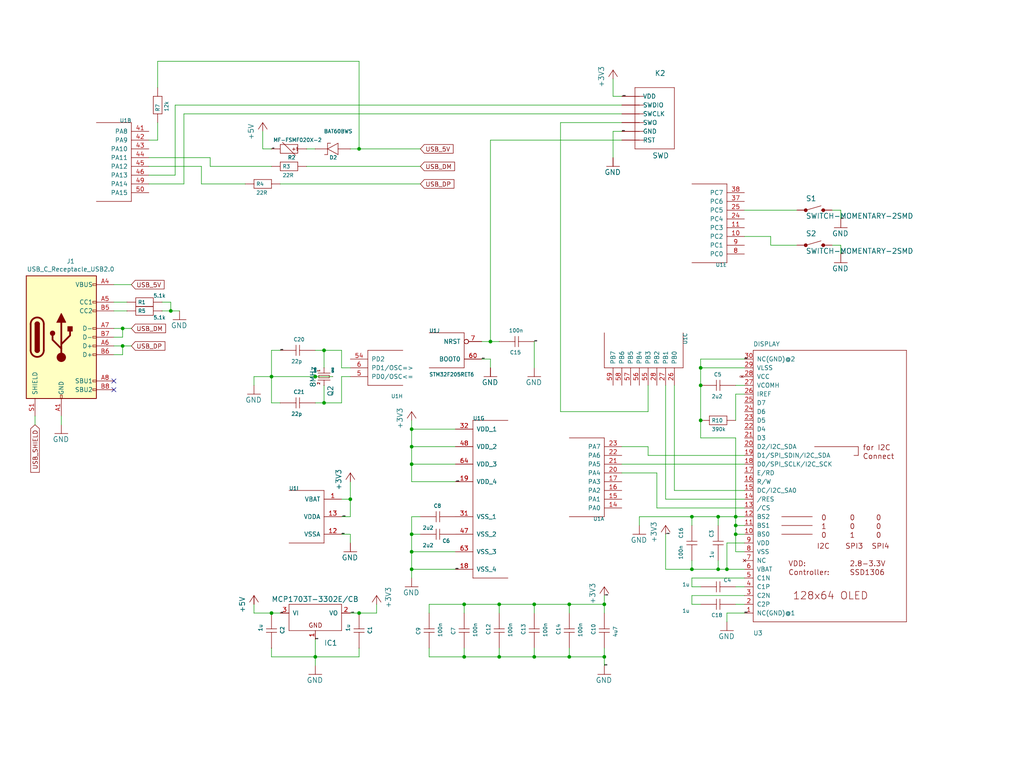
<source format=kicad_sch>
(kicad_sch (version 20211123) (generator eeschema)
  (paper "User" 297.002 219.608)
  (lib_symbols
    (symbol "trezor_v1.1-eagle-import:+3V3" (power) (pin_names (offset 1.016))
      (property "Value" "+3V3" (at -2.54 -5.08 90))
      (symbol "+3V3_1_0"
        (pin power_in line (at 0 -2.54 90) (length 2.54) (name "+3V3") (number "1"))
      )
    )
    (symbol "trezor_v1.1-eagle-import:+5V" (power) (pin_names (offset 1.016))
      (property "Value" "+5V" (at -2.54 -5.08 90))
      (symbol "+5V_1_0"
        (pin power_in line (at 0 -2.54 90) (length 2.54) (name "+5V") (number "1"))
      )
    )
    (symbol "trezor_v1.1-eagle-import:CRYSTALCTS406" (pin_names (offset 1.016))
      (property "Reference" "Q" (at 2.54 1.016 0))
      (property "Value" "CRYSTALCTS406" (at 2.54 -2.54 0))
      (symbol "CRYSTALCTS406_1_0"
        (text "1" (at -2.159 -1.143 0) (effects (font (size 0.7112 0.7112)) (justify left bottom)))
        (text "2" (at 1.524 -1.143 0) (effects (font (size 0.7112 0.7112)) (justify left bottom)))
        (pin passive line (at -2.54 0 0) (length 0) (name "1") (number "1"))
        (pin passive line (at 2.54 0 180) (length 0) (name "2") (number "3"))
      )
      (symbol "CRYSTALCTS406_1_1"
        (pin passive line (at 0 -2.54 180) (length 0) (name "GND") (number "2"))
        (pin passive line (at 0 2.54 180) (length 0) (name "GND") (number "4"))
      )
    )
    (symbol "trezor_v1.1-eagle-import:C_0402" (pin_names (offset 1.016))
      (property "Reference" "C" (at -1.27 2.54 0))
      (property "Value" "C_0402" (at -1.905 -3.81 0))
      (symbol "C_0402_1_0"
        (pin passive line (at -5.08 0 0) (length 0) (name "1") (number "P$1"))
        (pin passive line (at 5.08 0 0) (length 0) (name "2") (number "P$2"))
      )
    )
    (symbol "trezor_v1.1-eagle-import:C_0603" (pin_names (offset 1.016))
      (property "Reference" "C" (at -1.27 2.54 0))
      (property "Value" "C_0603" (at -1.905 -3.81 0))
      (symbol "C_0603_1_0"
        (pin passive line (at -5.08 0 0) (length 0) (name "1") (number "1"))
        (pin passive line (at 5.08 0 0) (length 0) (name "2") (number "2"))
      )
    )
    (symbol "trezor_v1.1-eagle-import:DISP_OLED_UG-2864HSWEG010.96{dblquote}" (pin_names (offset 1.016))
      (property "Reference" "U" (at -22.86 40.64 0))
      (property "Value" "DISP_OLED_UG-2864HSWEG010.96{dblquote}" (at -22.86 -43.18 0))
      (symbol "DISP_OLED_UG-2864HSWEG010.96{dblquote}_1_0"
        (text "0" (at -3.175 6.985 0) (effects (font (size 1.4986 1.4986)) (justify left bottom)))
        (text "0" (at -3.175 12.065 0) (effects (font (size 1.4986 1.4986)) (justify left bottom)))
        (text "0" (at 5.08 6.985 0) (effects (font (size 1.4986 1.4986)) (justify left bottom)))
        (text "0" (at 5.08 9.525 0) (effects (font (size 1.4986 1.4986)) (justify left bottom)))
        (text "0" (at 12.7 6.985 0) (effects (font (size 1.4986 1.4986)) (justify left bottom)))
        (text "0" (at 12.7 9.525 0) (effects (font (size 1.4986 1.4986)) (justify left bottom)))
        (text "0" (at 12.7 12.065 0) (effects (font (size 1.4986 1.4986)) (justify left bottom)))
        (text "1" (at -3.175 9.525 0) (effects (font (size 1.4986 1.4986)) (justify left bottom)))
        (text "1" (at 5.08 12.065 0) (effects (font (size 1.4986 1.4986)) (justify left bottom)))
        (text "128x64 OLED" (at -11.43 29.21 0) (effects (font (size 2.159 2.159)) (justify left bottom)))
        (text "2.8-3.3V" (at 5.08 20.32 0) (effects (font (size 1.4986 1.4986)) (justify left bottom)))
        (text "Connect" (at 8.89 -10.795 0) (effects (font (size 1.4986 1.4986)) (justify left bottom)))
        (text "Controller:" (at -12.7 22.86 0) (effects (font (size 1.4986 1.4986)) (justify left bottom)))
        (text "for I2C" (at 8.89 -13.335 0) (effects (font (size 1.4986 1.4986)) (justify left bottom)))
        (text "I2C" (at -4.445 15.24 0) (effects (font (size 1.4986 1.4986)) (justify left bottom)))
        (text "SPI3" (at 3.81 15.24 0) (effects (font (size 1.4986 1.4986)) (justify left bottom)))
        (text "SPI4" (at 11.43 15.24 0) (effects (font (size 1.4986 1.4986)) (justify left bottom)))
        (text "SSD1306" (at 5.08 22.86 0) (effects (font (size 1.4986 1.4986)) (justify left bottom)))
        (text "VDD:" (at -12.7 20.32 0) (effects (font (size 1.4986 1.4986)) (justify left bottom)))
        (pin input line (at -25.4 35.56 0) (length 2.54) (name "NC(GND)@1") (number "1"))
        (pin input line (at -25.4 12.7 0) (length 2.54) (name "BS0") (number "10"))
        (pin input line (at -25.4 10.16 0) (length 2.54) (name "BS1") (number "11"))
        (pin input line (at -25.4 7.62 0) (length 2.54) (name "BS2") (number "12"))
        (pin input line (at -25.4 5.08 0) (length 2.54) (name "/CS") (number "13"))
        (pin input line (at -25.4 2.54 0) (length 2.54) (name "/RES") (number "14"))
        (pin input line (at -25.4 0 0) (length 2.54) (name "DC/I2C_SA0") (number "15"))
        (pin input line (at -25.4 -2.54 0) (length 2.54) (name "R/W") (number "16"))
        (pin input line (at -25.4 -5.08 0) (length 2.54) (name "E/RD") (number "17"))
        (pin bidirectional line (at -25.4 -7.62 0) (length 2.54) (name "D0/SPI_SCLK/I2C_SCK") (number "18"))
        (pin bidirectional line (at -25.4 -10.16 0) (length 2.54) (name "D1/SPI_SDIN/I2C_SDA") (number "19"))
        (pin input line (at -25.4 33.02 0) (length 2.54) (name "C2P") (number "2"))
        (pin bidirectional line (at -25.4 -12.7 0) (length 2.54) (name "D2/I2C_SDA") (number "20"))
        (pin bidirectional line (at -25.4 -15.24 0) (length 2.54) (name "D3") (number "21"))
        (pin bidirectional line (at -25.4 -17.78 0) (length 2.54) (name "D4") (number "22"))
        (pin bidirectional line (at -25.4 -20.32 0) (length 2.54) (name "D5") (number "23"))
        (pin bidirectional line (at -25.4 -22.86 0) (length 2.54) (name "D6") (number "24"))
        (pin bidirectional line (at -25.4 -25.4 0) (length 2.54) (name "D7") (number "25"))
        (pin input line (at -25.4 -27.94 0) (length 2.54) (name "IREF") (number "26"))
        (pin output line (at -25.4 -30.48 0) (length 2.54) (name "VCOMH") (number "27"))
        (pin power_in line (at -25.4 -33.02 0) (length 2.54) (name "VCC") (number "28"))
        (pin power_in line (at -25.4 -35.56 0) (length 2.54) (name "VLSS") (number "29"))
        (pin input line (at -25.4 30.48 0) (length 2.54) (name "C2N") (number "3"))
        (pin input line (at -25.4 -38.1 0) (length 2.54) (name "NC(GND)@2") (number "30"))
        (pin input line (at -25.4 27.94 0) (length 2.54) (name "C1P") (number "4"))
        (pin input line (at -25.4 25.4 0) (length 2.54) (name "C1N") (number "5"))
        (pin input line (at -25.4 22.86 0) (length 2.54) (name "VBAT") (number "6"))
        (pin no_connect line (at -25.4 20.32 0) (length 2.54) (name "NC") (number "7"))
        (pin power_in line (at -25.4 17.78 0) (length 2.54) (name "VSS") (number "8"))
        (pin power_in line (at -25.4 15.24 0) (length 2.54) (name "VDD") (number "9"))
      )
    )
    (symbol "trezor_v1.1-eagle-import:DS_SOD323" (pin_names (offset 1.016))
      (property "Reference" "D" (at -1.27 1.905 0))
      (property "Value" "DS_SOD323" (at -3.175 -3.175 0))
      (symbol "DS_SOD323_1_0"
        (pin passive line (at -5.08 0 0) (length 0) (name "1") (number "A"))
        (pin passive line (at 5.08 0 0) (length 0) (name "2") (number "K"))
      )
    )
    (symbol "trezor_v1.1-eagle-import:GND" (power) (pin_names (offset 1.016))
      (property "Value" "GND" (at -2.54 -2.54 0))
      (symbol "GND_1_0"
        (pin power_in line (at 0 2.54 270) (length 2.54) (name "GND") (number "1"))
      )
    )
    (symbol "trezor_v1.1-eagle-import:MCP1703CB" (pin_names (offset 1.016))
      (property "Reference" "IC" (at -7.62 5.715 0))
      (property "Value" "MCP1703CB" (at -7.62 3.175 0))
      (symbol "MCP1703CB_1_0"
        (text "GND" (at -2.032 -4.318 0) (effects (font (size 1.2954 1.2954)) (justify left bottom)))
        (pin passive line (at 0 -7.62 90) (length 2.54) (name "GND") (number "1"))
        (pin passive line (at 10.16 0 180) (length 2.54) (name "VO") (number "2"))
        (pin input line (at -10.16 0 0) (length 2.54) (name "VI") (number "3"))
      )
    )
    (symbol "trezor_v1.1-eagle-import:POLYSWITCH_0603" (pin_names (offset 1.016))
      (property "Reference" "R" (at 1.905 -1.905 0))
      (property "Value" "POLYSWITCH_0603" (at 4.445 3.175 0))
      (symbol "POLYSWITCH_0603_1_0"
        (text "+t" (at 0.635 -0.635 0) (effects (font (size 1.0668 1.0668)) (justify left bottom)))
        (pin passive line (at 5.08 0 180) (length 0) (name "1") (number "1"))
        (pin passive line (at -5.08 0 0) (length 0) (name "2") (number "2"))
      )
    )
    (symbol "trezor_v1.1-eagle-import:R_0402" (pin_names (offset 1.016))
      (property "Reference" "R" (at -1.905 -0.635 0))
      (property "Value" "R_0402" (at -1.905 -3.175 0))
      (symbol "R_0402_1_0"
        (pin passive line (at -5.08 0 0) (length 0) (name "1") (number "P$1"))
        (pin passive line (at 5.08 0 180) (length 0) (name "2") (number "P$2"))
      )
    )
    (symbol "trezor_v1.1-eagle-import:STM32F10XRXT6" (pin_names (offset 1.016))
      (property "Reference" "U" (at -5.08 5.08 0))
      (property "Value" "STM32F10XRXT6" (at -5.08 -7.62 0))
      (symbol "STM32F10XRXT6_1_0"
        (pin bidirectional line (at -7.62 7.62 0) (length 5.08) (name "PA0") (number "14"))
        (pin bidirectional line (at -7.62 5.08 0) (length 5.08) (name "PA1") (number "15"))
        (pin bidirectional line (at -7.62 2.54 0) (length 5.08) (name "PA2") (number "16"))
        (pin bidirectional line (at -7.62 0 0) (length 5.08) (name "PA3") (number "17"))
        (pin bidirectional line (at -7.62 -2.54 0) (length 5.08) (name "PA4") (number "20"))
        (pin bidirectional line (at -7.62 -5.08 0) (length 5.08) (name "PA5") (number "21"))
        (pin bidirectional line (at -7.62 -7.62 0) (length 5.08) (name "PA6") (number "22"))
        (pin bidirectional line (at -7.62 -10.16 0) (length 5.08) (name "PA7") (number "23"))
      )
      (symbol "STM32F10XRXT6_2_0"
        (pin bidirectional line (at -7.62 10.16 0) (length 5.08) (name "PA8") (number "41"))
        (pin bidirectional line (at -7.62 7.62 0) (length 5.08) (name "PA9") (number "42"))
        (pin bidirectional line (at -7.62 5.08 0) (length 5.08) (name "PA10") (number "43"))
        (pin bidirectional line (at -7.62 2.54 0) (length 5.08) (name "PA11") (number "44"))
        (pin bidirectional line (at -7.62 0 0) (length 5.08) (name "PA12") (number "45"))
        (pin bidirectional line (at -7.62 -2.54 0) (length 5.08) (name "PA13") (number "46"))
        (pin bidirectional line (at -7.62 -5.08 0) (length 5.08) (name "PA14") (number "49"))
        (pin bidirectional line (at -7.62 -7.62 0) (length 5.08) (name "PA15") (number "50"))
      )
      (symbol "STM32F10XRXT6_3_0"
        (pin bidirectional line (at 10.16 10.16 180) (length 5.08) (name "PB0") (number "26"))
        (pin bidirectional line (at 10.16 7.62 180) (length 5.08) (name "PB1") (number "27"))
        (pin bidirectional line (at 10.16 5.08 180) (length 5.08) (name "PB2") (number "28"))
        (pin bidirectional line (at 10.16 2.54 180) (length 5.08) (name "PB3") (number "55"))
        (pin bidirectional line (at 10.16 0 180) (length 5.08) (name "PB4") (number "56"))
        (pin bidirectional line (at 10.16 -2.54 180) (length 5.08) (name "PB5") (number "57"))
        (pin bidirectional line (at 10.16 -5.08 180) (length 5.08) (name "PB6") (number "58"))
        (pin bidirectional line (at 10.16 -7.62 180) (length 5.08) (name "PB7") (number "59"))
      )
      (symbol "STM32F10XRXT6_4_0"
        (pin bidirectional line (at 10.16 2.54 180) (length 5.08) (name "PB10") (number "29"))
        (pin bidirectional line (at 10.16 0 180) (length 5.08) (name "PB11") (number "30"))
        (pin bidirectional line (at 10.16 -2.54 180) (length 5.08) (name "PB12") (number "33"))
        (pin bidirectional line (at 10.16 -5.08 180) (length 5.08) (name "PB13") (number "34"))
        (pin bidirectional line (at 10.16 -7.62 180) (length 5.08) (name "PB14") (number "35"))
        (pin bidirectional line (at 10.16 -10.16 180) (length 5.08) (name "PB15") (number "36"))
        (pin bidirectional line (at 10.16 7.62 180) (length 5.08) (name "PB8") (number "61"))
        (pin bidirectional line (at 10.16 5.08 180) (length 5.08) (name "PB9") (number "62"))
      )
      (symbol "STM32F10XRXT6_5_0"
        (pin bidirectional line (at -10.16 5.08 0) (length 5.08) (name "PC2") (number "10"))
        (pin bidirectional line (at -10.16 2.54 0) (length 5.08) (name "PC3") (number "11"))
        (pin bidirectional line (at -10.16 0 0) (length 5.08) (name "PC4") (number "24"))
        (pin bidirectional line (at -10.16 -2.54 0) (length 5.08) (name "PC5") (number "25"))
        (pin bidirectional line (at -10.16 -5.08 0) (length 5.08) (name "PC6") (number "37"))
        (pin bidirectional line (at -10.16 -7.62 0) (length 5.08) (name "PC7") (number "38"))
        (pin bidirectional line (at -10.16 10.16 0) (length 5.08) (name "PC0") (number "8"))
        (pin bidirectional line (at -10.16 7.62 0) (length 5.08) (name "PC1") (number "9"))
      )
      (symbol "STM32F10XRXT6_6_0"
        (pin bidirectional line (at -10.16 -5.08 0) (length 5.08) (name "PC13") (number "2"))
        (pin bidirectional line (at -10.16 -7.62 0) (length 5.08) (name "PC14") (number "3"))
        (pin bidirectional line (at -10.16 7.62 0) (length 5.08) (name "PC8") (number "39"))
        (pin bidirectional line (at -10.16 -10.16 0) (length 5.08) (name "PC15") (number "4"))
        (pin bidirectional line (at -10.16 5.08 0) (length 5.08) (name "PC9") (number "40"))
        (pin bidirectional line (at -10.16 2.54 0) (length 5.08) (name "PC10") (number "51"))
        (pin bidirectional line (at -10.16 0 0) (length 5.08) (name "PC11") (number "52"))
        (pin bidirectional line (at -10.16 -2.54 0) (length 5.08) (name "PC12") (number "53"))
      )
      (symbol "STM32F10XRXT6_7_0"
        (pin power_in line (at -10.16 -20.32 0) (length 5.08) (name "VSS_4") (number "18"))
        (pin power_in line (at -10.16 5.08 0) (length 5.08) (name "VDD_4") (number "19"))
        (pin power_in line (at -10.16 -5.08 0) (length 5.08) (name "VSS_1") (number "31"))
        (pin power_in line (at -10.16 20.32 0) (length 5.08) (name "VDD_1") (number "32"))
        (pin power_in line (at -10.16 -10.16 0) (length 5.08) (name "VSS_2") (number "47"))
        (pin power_in line (at -10.16 15.24 0) (length 5.08) (name "VDD_2") (number "48"))
        (pin power_in line (at -10.16 -15.24 0) (length 5.08) (name "VSS_3") (number "63"))
        (pin power_in line (at -10.16 10.16 0) (length 5.08) (name "VDD_3") (number "64"))
      )
      (symbol "STM32F10XRXT6_8_0"
        (pin bidirectional line (at 10.16 2.54 180) (length 5.08) (name "PD0/OSC<=") (number "5"))
        (pin bidirectional line (at 10.16 -2.54 180) (length 5.08) (name "PD2") (number "54"))
        (pin bidirectional line (at 10.16 0 180) (length 5.08) (name "PD1/OSC=>") (number "6"))
      )
      (symbol "STM32F10XRXT6_9_0"
        (pin power_in line (at 10.16 5.08 180) (length 5.08) (name "VBAT") (number "1"))
        (pin power_in line (at 10.16 -5.08 180) (length 5.08) (name "VSSA") (number "12"))
        (pin power_in line (at 10.16 0 180) (length 5.08) (name "VDDA") (number "13"))
      )
      (symbol "STM32F10XRXT6_10_0"
        (pin input line (at 10.16 -2.54 180) (length 5.08) (name "BOOT0") (number "60"))
        (pin input inverted (at 10.16 2.54 180) (length 5.08) (name "NRST") (number "7"))
      )
    )
    (symbol "trezor_v1.1-eagle-import:SWD" (pin_names (offset 1.016))
      (property "Value" "SWD" (at 6.096 10.414 0))
      (symbol "SWD_1_0"
        (pin passive line (at -7.62 5.08 0) (length 5.08) (name "RST") (number "1"))
        (pin passive line (at -7.62 2.54 0) (length 5.08) (name "GND") (number "2"))
        (pin passive line (at -7.62 0 0) (length 5.08) (name "SWO") (number "3"))
        (pin passive line (at -7.62 -2.54 0) (length 5.08) (name "SWCLK") (number "4"))
        (pin passive line (at -7.62 -5.08 0) (length 5.08) (name "SWDIO") (number "5"))
        (pin passive line (at -7.62 -7.62 0) (length 5.08) (name "VDD") (number "6"))
      )
    )
    (symbol "trezor_v1.1-eagle-import:SWITCH-MOMENTARY-2SMD" (pin_names (offset 1.016))
      (property "Reference" "S" (at -2.54 2.54 0))
      (property "Value" "SWITCH-MOMENTARY-2SMD" (at -2.54 -2.54 0))
      (symbol "SWITCH-MOMENTARY-2SMD_1_0"
        (pin passive line (at -5.08 0 0) (length 2.54) (name "1") (number "1"))
        (pin passive line (at -5.08 0 0) (length 2.54) (name "1") (number "2"))
        (pin passive line (at 5.08 0 180) (length 2.54) (name "2") (number "3"))
        (pin passive line (at 5.08 0 180) (length 2.54) (name "2") (number "4"))
      )
    )
    (symbol "trezor_v1.1-rescue:USB_C_Receptacle_USB2.0-Connector" (pin_names (offset 1.016))
      (property "Reference" "J" (at -10.16 19.05 0))
      (property "Value" "USB_C_Receptacle_USB2.0-Connector" (at 19.05 19.05 0))
      (symbol "USB_C_Receptacle_USB2.0-Connector_1_1"
        (pin power_in line (at 0 -22.86 90) (length 5.08) (name "GND") (number "A1"))
        (pin passive line (at 0 -22.86 90) (length 5.08) hide (name "GND") (number "A12"))
        (pin power_in line (at 15.24 15.24 180) (length 5.08) (name "VBUS") (number "A4"))
        (pin bidirectional line (at 15.24 10.16 180) (length 5.08) (name "CC1") (number "A5"))
        (pin bidirectional line (at 15.24 -2.54 180) (length 5.08) (name "D+") (number "A6"))
        (pin bidirectional line (at 15.24 2.54 180) (length 5.08) (name "D-") (number "A7"))
        (pin bidirectional line (at 15.24 -12.7 180) (length 5.08) (name "SBU1") (number "A8"))
        (pin passive line (at 15.24 15.24 180) (length 5.08) hide (name "VBUS") (number "A9"))
        (pin passive line (at 0 -22.86 90) (length 5.08) hide (name "GND") (number "B1"))
        (pin passive line (at 0 -22.86 90) (length 5.08) hide (name "GND") (number "B12"))
        (pin passive line (at 15.24 15.24 180) (length 5.08) hide (name "VBUS") (number "B4"))
        (pin bidirectional line (at 15.24 7.62 180) (length 5.08) (name "CC2") (number "B5"))
        (pin bidirectional line (at 15.24 -5.08 180) (length 5.08) (name "D+") (number "B6"))
        (pin bidirectional line (at 15.24 0 180) (length 5.08) (name "D-") (number "B7"))
        (pin bidirectional line (at 15.24 -15.24 180) (length 5.08) (name "SBU2") (number "B8"))
        (pin passive line (at 15.24 15.24 180) (length 5.08) hide (name "VBUS") (number "B9"))
        (pin passive line (at -7.62 -22.86 90) (length 5.08) (name "SHIELD") (number "S1"))
      )
    )
  )
  (junction (at 101.6 144.78))
  (junction (at 49.53 90.17))
  (junction (at 142.24 99.06))
  (junction (at 119.38 124.46))
  (junction (at 165.1 175.26))
  (junction (at 144.78 175.26))
  (junction (at 35.56 100.33))
  (junction (at 208.28 149.86))
  (junction (at 203.2 111.76))
  (junction (at 78.74 177.8))
  (junction (at 104.14 177.8))
  (junction (at 210.82 165.1))
  (junction (at 165.1 190.5))
  (junction (at 119.38 160.02))
  (junction (at 119.38 134.62))
  (junction (at 213.36 152.4))
  (junction (at 203.2 106.68))
  (junction (at 154.94 175.26))
  (junction (at 104.14 43.18))
  (junction (at 200.66 165.1))
  (junction (at 119.38 129.54))
  (junction (at 134.62 190.5))
  (junction (at 35.56 95.25))
  (junction (at 213.36 154.94))
  (junction (at 119.38 165.1))
  (junction (at 175.26 190.5))
  (junction (at 203.2 121.92))
  (junction (at 134.62 175.26))
  (junction (at 175.26 175.26))
  (junction (at 91.44 190.5))
  (junction (at 119.38 154.94))
  (junction (at 91.44 109.22))
  (junction (at 93.98 101.6))
  (junction (at 213.36 149.86))
  (junction (at 208.28 165.1))
  (junction (at 154.94 190.5))
  (junction (at 78.74 109.22))
  (junction (at 200.66 149.86))
  (junction (at 144.78 190.5))
  (junction (at 93.98 116.84))
  (no_connect (at 33.02 113.03))
  (no_connect (at 33.02 110.49))
  (wire (pts (xy 243.84 63.5) (xy 243.84 60.96)))
  (wire (pts (xy 142.24 40.64) (xy 142.24 99.06)))
  (wire (pts (xy 78.74 43.18) (xy 76.2 43.18)))
  (wire (pts (xy 139.7 99.06) (xy 142.24 99.06)))
  (wire (pts (xy 215.9 106.68) (xy 203.2 106.68)))
  (wire (pts (xy 58.42 48.26) (xy 43.18 48.26)))
  (wire (pts (xy 101.6 144.78) (xy 101.6 139.7)))
  (wire (pts (xy 165.1 190.5) (xy 165.1 187.96)))
  (wire (pts (xy 210.82 177.8) (xy 210.82 180.34)))
  (wire (pts (xy 215.9 172.72) (xy 200.66 172.72)))
  (wire (pts (xy 213.36 149.86) (xy 215.9 149.86)))
  (wire (pts (xy 142.24 104.14) (xy 142.24 106.68)))
  (wire (pts (xy 132.08 160.02) (xy 119.38 160.02)))
  (wire (pts (xy 144.78 175.26) (xy 134.62 175.26)))
  (wire (pts (xy 165.1 175.26) (xy 154.94 175.26)))
  (wire (pts (xy 78.74 101.6) (xy 78.74 109.22)))
  (wire (pts (xy 215.9 154.94) (xy 213.36 154.94)))
  (wire (pts (xy 213.36 152.4) (xy 213.36 149.86)))
  (wire (pts (xy 99.06 154.94) (xy 101.6 154.94)))
  (wire (pts (xy 223.52 68.58) (xy 215.9 68.58)))
  (wire (pts (xy 193.04 144.78) (xy 193.04 111.76)))
  (wire (pts (xy 73.66 177.8) (xy 73.66 175.26)))
  (wire (pts (xy 81.28 101.6) (xy 78.74 101.6)))
  (wire (pts (xy 213.36 154.94) (xy 213.36 152.4)))
  (wire (pts (xy 33.02 100.33) (xy 35.56 100.33)))
  (wire (pts (xy 121.92 149.86) (xy 119.38 149.86)))
  (wire (pts (xy 78.74 177.8) (xy 73.66 177.8)))
  (wire (pts (xy 215.9 60.96) (xy 231.14 60.96)))
  (wire (pts (xy 185.42 149.86) (xy 185.42 152.4)))
  (wire (pts (xy 35.56 102.87) (xy 35.56 100.33)))
  (wire (pts (xy 193.04 165.1) (xy 200.66 165.1)))
  (wire (pts (xy 49.53 90.17) (xy 52.07 90.17)))
  (wire (pts (xy 124.46 190.5) (xy 134.62 190.5)))
  (wire (pts (xy 119.38 129.54) (xy 119.38 124.46)))
  (wire (pts (xy 180.34 129.54) (xy 187.96 129.54)))
  (wire (pts (xy 101.6 177.8) (xy 104.14 177.8)))
  (wire (pts (xy 99.06 116.84) (xy 93.98 116.84)))
  (wire (pts (xy 134.62 175.26) (xy 124.46 175.26)))
  (wire (pts (xy 208.28 165.1) (xy 200.66 165.1)))
  (wire (pts (xy 101.6 154.94) (xy 101.6 157.48)))
  (wire (pts (xy 49.53 87.63) (xy 49.53 90.17)))
  (wire (pts (xy 243.84 71.12) (xy 241.3 71.12)))
  (wire (pts (xy 175.26 175.26) (xy 165.1 175.26)))
  (wire (pts (xy 104.14 43.18) (xy 121.92 43.18)))
  (wire (pts (xy 104.14 17.78) (xy 104.14 43.18)))
  (wire (pts (xy 215.9 157.48) (xy 210.82 157.48)))
  (wire (pts (xy 203.2 111.76) (xy 203.2 121.92)))
  (wire (pts (xy 58.42 53.34) (xy 58.42 48.26)))
  (wire (pts (xy 91.44 109.22) (xy 78.74 109.22)))
  (wire (pts (xy 193.04 144.78) (xy 215.9 144.78)))
  (wire (pts (xy 99.06 149.86) (xy 101.6 149.86)))
  (wire (pts (xy 53.34 53.34) (xy 53.34 33.02)))
  (wire (pts (xy 231.14 71.12) (xy 223.52 71.12)))
  (wire (pts (xy 121.92 154.94) (xy 119.38 154.94)))
  (wire (pts (xy 200.66 149.86) (xy 208.28 149.86)))
  (wire (pts (xy 187.96 119.38) (xy 162.56 119.38)))
  (wire (pts (xy 43.18 53.34) (xy 53.34 53.34)))
  (wire (pts (xy 215.9 177.8) (xy 210.82 177.8)))
  (wire (pts (xy 81.28 177.8) (xy 78.74 177.8)))
  (wire (pts (xy 91.44 185.42) (xy 91.44 190.5)))
  (wire (pts (xy 215.9 165.1) (xy 210.82 165.1)))
  (wire (pts (xy 200.66 162.56) (xy 200.66 165.1)))
  (wire (pts (xy 132.08 139.7) (xy 119.38 139.7)))
  (wire (pts (xy 210.82 165.1) (xy 208.28 165.1)))
  (wire (pts (xy 180.34 27.94) (xy 177.8 27.94)))
  (wire (pts (xy 175.26 172.72) (xy 175.26 175.26)))
  (wire (pts (xy 17.78 120.65) (xy 17.78 123.19)))
  (wire (pts (xy 132.08 129.54) (xy 119.38 129.54)))
  (wire (pts (xy 33.02 95.25) (xy 35.56 95.25)))
  (wire (pts (xy 165.1 190.5) (xy 154.94 190.5)))
  (wire (pts (xy 162.56 35.56) (xy 180.34 35.56)))
  (wire (pts (xy 35.56 97.79) (xy 35.56 95.25)))
  (wire (pts (xy 101.6 106.68) (xy 99.06 106.68)))
  (wire (pts (xy 33.02 82.55) (xy 38.1 82.55)))
  (wire (pts (xy 193.04 154.94) (xy 193.04 165.1)))
  (wire (pts (xy 99.06 101.6) (xy 93.98 101.6)))
  (wire (pts (xy 119.38 160.02) (xy 119.38 165.1)))
  (wire (pts (xy 134.62 190.5) (xy 134.62 187.96)))
  (wire (pts (xy 33.02 90.17) (xy 36.83 90.17)))
  (wire (pts (xy 200.66 167.64) (xy 200.66 170.18)))
  (wire (pts (xy 200.66 170.18) (xy 203.2 170.18)))
  (wire (pts (xy 215.9 175.26) (xy 213.36 175.26)))
  (wire (pts (xy 109.22 177.8) (xy 109.22 175.26)))
  (wire (pts (xy 119.38 149.86) (xy 119.38 154.94)))
  (wire (pts (xy 33.02 102.87) (xy 35.56 102.87)))
  (wire (pts (xy 76.2 43.18) (xy 76.2 38.1)))
  (wire (pts (xy 175.26 190.5) (xy 175.26 187.96)))
  (wire (pts (xy 200.66 172.72) (xy 200.66 175.26)))
  (wire (pts (xy 195.58 142.24) (xy 195.58 111.76)))
  (wire (pts (xy 132.08 134.62) (xy 119.38 134.62)))
  (wire (pts (xy 200.66 152.4) (xy 200.66 149.86)))
  (wire (pts (xy 180.34 137.16) (xy 190.5 137.16)))
  (wire (pts (xy 175.26 190.5) (xy 165.1 190.5)))
  (wire (pts (xy 73.66 109.22) (xy 73.66 111.76)))
  (wire (pts (xy 33.02 87.63) (xy 36.83 87.63)))
  (wire (pts (xy 187.96 132.08) (xy 215.9 132.08)))
  (wire (pts (xy 213.36 127) (xy 203.2 127)))
  (wire (pts (xy 45.72 17.78) (xy 104.14 17.78)))
  (wire (pts (xy 81.28 53.34) (xy 121.92 53.34)))
  (wire (pts (xy 243.84 73.66) (xy 243.84 71.12)))
  (wire (pts (xy 119.38 139.7) (xy 119.38 134.62)))
  (wire (pts (xy 46.99 90.17) (xy 49.53 90.17)))
  (wire (pts (xy 104.14 187.96) (xy 104.14 190.5)))
  (wire (pts (xy 35.56 95.25) (xy 38.1 95.25)))
  (wire (pts (xy 88.9 48.26) (xy 121.92 48.26)))
  (wire (pts (xy 104.14 177.8) (xy 109.22 177.8)))
  (wire (pts (xy 213.36 114.3) (xy 213.36 121.92)))
  (wire (pts (xy 190.5 137.16) (xy 190.5 147.32)))
  (wire (pts (xy 45.72 40.64) (xy 45.72 35.56)))
  (wire (pts (xy 215.9 114.3) (xy 213.36 114.3)))
  (wire (pts (xy 50.8 50.8) (xy 43.18 50.8)))
  (wire (pts (xy 99.06 144.78) (xy 101.6 144.78)))
  (wire (pts (xy 144.78 190.5) (xy 144.78 187.96)))
  (wire (pts (xy 46.99 87.63) (xy 49.53 87.63)))
  (wire (pts (xy 10.16 120.65) (xy 10.16 123.19)))
  (wire (pts (xy 101.6 43.18) (xy 104.14 43.18)))
  (wire (pts (xy 78.74 48.26) (xy 60.96 48.26)))
  (wire (pts (xy 78.74 109.22) (xy 78.74 116.84)))
  (wire (pts (xy 200.66 175.26) (xy 203.2 175.26)))
  (wire (pts (xy 99.06 109.22) (xy 99.06 116.84)))
  (wire (pts (xy 91.44 190.5) (xy 91.44 193.04)))
  (wire (pts (xy 200.66 149.86) (xy 185.42 149.86)))
  (wire (pts (xy 45.72 25.4) (xy 45.72 17.78)))
  (wire (pts (xy 162.56 119.38) (xy 162.56 35.56)))
  (wire (pts (xy 119.38 134.62) (xy 119.38 129.54)))
  (wire (pts (xy 124.46 190.5) (xy 124.46 187.96)))
  (wire (pts (xy 50.8 30.48) (xy 50.8 50.8)))
  (wire (pts (xy 93.98 116.84) (xy 91.44 116.84)))
  (wire (pts (xy 60.96 48.26) (xy 60.96 45.72)))
  (wire (pts (xy 154.94 175.26) (xy 144.78 175.26)))
  (wire (pts (xy 53.34 33.02) (xy 180.34 33.02)))
  (wire (pts (xy 104.14 190.5) (xy 91.44 190.5)))
  (wire (pts (xy 213.36 149.86) (xy 208.28 149.86)))
  (wire (pts (xy 187.96 111.76) (xy 187.96 119.38)))
  (wire (pts (xy 93.98 111.76) (xy 93.98 116.84)))
  (wire (pts (xy 144.78 190.5) (xy 134.62 190.5)))
  (wire (pts (xy 215.9 104.14) (xy 203.2 104.14)))
  (wire (pts (xy 203.2 106.68) (xy 203.2 111.76)))
  (wire (pts (xy 142.24 99.06) (xy 144.78 99.06)))
  (wire (pts (xy 58.42 53.34) (xy 71.12 53.34)))
  (wire (pts (xy 35.56 100.33) (xy 38.1 100.33)))
  (wire (pts (xy 203.2 106.68) (xy 203.2 104.14)))
  (wire (pts (xy 208.28 162.56) (xy 208.28 165.1)))
  (wire (pts (xy 93.98 106.68) (xy 93.98 101.6)))
  (wire (pts (xy 119.38 124.46) (xy 119.38 121.92)))
  (wire (pts (xy 180.34 38.1) (xy 177.8 38.1)))
  (wire (pts (xy 177.8 38.1) (xy 177.8 45.72)))
  (wire (pts (xy 180.34 40.64) (xy 142.24 40.64)))
  (wire (pts (xy 60.96 45.72) (xy 43.18 45.72)))
  (wire (pts (xy 154.94 177.8) (xy 154.94 175.26)))
  (wire (pts (xy 208.28 149.86) (xy 208.28 152.4)))
  (wire (pts (xy 101.6 149.86) (xy 101.6 144.78)))
  (wire (pts (xy 210.82 157.48) (xy 210.82 165.1)))
  (wire (pts (xy 223.52 71.12) (xy 223.52 68.58)))
  (wire (pts (xy 190.5 147.32) (xy 215.9 147.32)))
  (wire (pts (xy 96.52 109.22) (xy 91.44 109.22)))
  (wire (pts (xy 243.84 60.96) (xy 241.3 60.96)))
  (wire (pts (xy 134.62 177.8) (xy 134.62 175.26)))
  (wire (pts (xy 124.46 177.8) (xy 124.46 175.26)))
  (wire (pts (xy 213.36 160.02) (xy 213.36 154.94)))
  (wire (pts (xy 215.9 152.4) (xy 213.36 152.4)))
  (wire (pts (xy 177.8 27.94) (xy 177.8 22.86)))
  (wire (pts (xy 144.78 177.8) (xy 144.78 175.26)))
  (wire (pts (xy 215.9 111.76) (xy 213.36 111.76)))
  (wire (pts (xy 154.94 99.06) (xy 154.94 106.68)))
  (wire (pts (xy 154.94 187.96) (xy 154.94 190.5)))
  (wire (pts (xy 213.36 149.86) (xy 213.36 127)))
  (wire (pts (xy 139.7 104.14) (xy 142.24 104.14)))
  (wire (pts (xy 78.74 116.84) (xy 81.28 116.84)))
  (wire (pts (xy 78.74 109.22) (xy 73.66 109.22)))
  (wire (pts (xy 119.38 154.94) (xy 119.38 160.02)))
  (wire (pts (xy 154.94 190.5) (xy 144.78 190.5)))
  (wire (pts (xy 99.06 106.68) (xy 99.06 101.6)))
  (wire (pts (xy 180.34 30.48) (xy 50.8 30.48)))
  (wire (pts (xy 203.2 127) (xy 203.2 121.92)))
  (wire (pts (xy 101.6 109.22) (xy 99.06 109.22)))
  (wire (pts (xy 195.58 142.24) (xy 215.9 142.24)))
  (wire (pts (xy 175.26 193.04) (xy 175.26 190.5)))
  (wire (pts (xy 215.9 167.64) (xy 200.66 167.64)))
  (wire (pts (xy 165.1 177.8) (xy 165.1 175.26)))
  (wire (pts (xy 132.08 124.46) (xy 119.38 124.46)))
  (wire (pts (xy 91.44 190.5) (xy 78.74 190.5)))
  (wire (pts (xy 132.08 165.1) (xy 119.38 165.1)))
  (wire (pts (xy 88.9 43.18) (xy 91.44 43.18)))
  (wire (pts (xy 180.34 134.62) (xy 215.9 134.62)))
  (wire (pts (xy 78.74 190.5) (xy 78.74 187.96)))
  (wire (pts (xy 215.9 170.18) (xy 213.36 170.18)))
  (wire (pts (xy 119.38 165.1) (xy 119.38 167.64)))
  (wire (pts (xy 187.96 129.54) (xy 187.96 132.08)))
  (wire (pts (xy 93.98 101.6) (xy 91.44 101.6)))
  (wire (pts (xy 33.02 97.79) (xy 35.56 97.79)))
  (wire (pts (xy 43.18 40.64) (xy 45.72 40.64)))
  (wire (pts (xy 175.26 175.26) (xy 175.26 177.8)))
  (wire (pts (xy 215.9 160.02) (xy 213.36 160.02)))
  (label "GND" (at 139.7 104.14 0) (effects (font (size 0.254 0.254))))
  (label "+3V3" (at 175.26 172.72 0) (effects (font (size 0.254 0.254))))
  (label "GND" (at 81.28 101.6 0) (effects (font (size 0.254 0.254))))
  (label "GND" (at 215.9 177.8 0) (effects (font (size 0.254 0.254))))
  (label "+3V3" (at 101.6 177.8 0) (effects (font (size 0.254 0.254))))
  (label "GND" (at 243.84 63.5 0) (effects (font (size 0.254 0.254))))
  (label "GND" (at 154.94 99.06 0) (effects (font (size 0.254 0.254))))
  (label "+5V" (at 78.74 43.18 0) (effects (font (size 0.254 0.254))))
  (label "GND" (at 175.26 193.04 0) (effects (font (size 0.254 0.254))))
  (label "+3V3" (at 180.34 27.94 0) (effects (font (size 0.254 0.254))))
  (label "+3V3" (at 132.08 139.7 0) (effects (font (size 0.254 0.254))))
  (label "+3V3" (at 99.06 149.86 0) (effects (font (size 0.254 0.254))))
  (label "GND" (at 215.9 104.14 0) (effects (font (size 0.254 0.254))))
  (label "GND" (at 99.06 154.94 0) (effects (font (size 0.254 0.254))))
  (label "GND" (at 243.84 73.66 0) (effects (font (size 0.254 0.254))))
  (label "+3V3" (at 193.04 154.94 0) (effects (font (size 0.254 0.254))))
  (label "GND" (at 180.34 38.1 0) (effects (font (size 0.254 0.254))))
  (label "GND" (at 91.44 185.42 0) (effects (font (size 0.254 0.254))))
  (label "GND" (at 132.08 165.1 0) (effects (font (size 0.254 0.254))))
  (label "+5V" (at 81.28 177.8 0) (effects (font (size 0.254 0.254))))
  (global_label "USB_5V" (shape input) (at 121.92 43.18 0) (property "Intersheet References" "${INTERSHEET_REFS}" (effects hide)))
  (global_label "VCC" (shape bidirectional) (at 215.9 109.22 180) (effects (font (size 0.254 0.254))) (property "Intersheet References" "${INTERSHEET_REFS}" (effects hide)))
  (global_label "USB_DP" (shape input) (at 38.1 100.33 0) (property "Intersheet References" "${INTERSHEET_REFS}" (effects hide)))
  (global_label "USB_DM" (shape input) (at 121.92 48.26 0) (property "Intersheet References" "${INTERSHEET_REFS}" (effects hide)))
  (global_label "USB_DM" (shape input) (at 38.1 95.25 0) (property "Intersheet References" "${INTERSHEET_REFS}" (effects hide)))
  (global_label "USB_SHIELD" (shape input) (at 10.16 123.19 270) (property "Intersheet References" "${INTERSHEET_REFS}" (effects hide)))
  (global_label "USB_DP" (shape input) (at 121.92 53.34 0) (property "Intersheet References" "${INTERSHEET_REFS}" (effects hide)))
  (global_label "USB_5V" (shape input) (at 38.1 82.55 0) (property "Intersheet References" "${INTERSHEET_REFS}" (effects hide)))
  (symbol (lib_id "trezor_v1.1-eagle-import:GND") (at 177.8 48.26 0) (unit 1)
    (property "Reference" "#GND010" (effects hide))
    (property "Value" "GND" (at 175.26 50.8 0) (effects (font (size 1.4986 1.4986)) (justify left bottom)))
  )
  (symbol (lib_id "trezor_v1.1-eagle-import:C_0402") (at 208.28 170.18 180) (unit 1)
    (property "Reference" "C4" (at 212.09 167.64 0) (effects (font (size 1.0668 1.0668)) (justify left bottom)))
    (property "Value" "1u" (at 200.025 168.91 0) (effects (font (size 1.0668 1.0668)) (justify left bottom)))
    (property "Footprint" "trezor_v1.1:0402" (effects hide))
  )
  (symbol (lib_id "trezor_v1.1-eagle-import:C_0402") (at 154.94 182.88 90) (unit 1)
    (property "Reference" "C13" (at 152.4 184.15 0) (effects (font (size 1.0668 1.0668)) (justify left bottom)))
    (property "Value" "100n" (at 158.75 184.785 0) (effects (font (size 1.0668 1.0668)) (justify left bottom)))
    (property "Footprint" "trezor_v1.1:0402" (effects hide))
  )
  (symbol (lib_id "trezor_v1.1-eagle-import:GND") (at 73.66 114.3 0) (unit 1)
    (property "Reference" "#GND04" (effects hide))
    (property "Value" "GND" (at 71.12 116.84 0) (effects (font (size 1.4986 1.4986)) (justify left bottom)))
  )
  (symbol (lib_id "trezor_v1.1-eagle-import:GND") (at 175.26 195.58 0) (unit 1)
    (property "Reference" "#GND03" (effects hide))
    (property "Value" "GND" (at 172.72 198.12 0) (effects (font (size 1.4986 1.4986)) (justify left bottom)))
  )
  (symbol (lib_id "trezor_v1.1-eagle-import:CRYSTALCTS406") (at 93.98 109.22 270) (unit 1)
    (property "Reference" "Q2" (at 94.996 111.76 0) (effects (font (size 1.4986 1.4986)) (justify left bottom)))
    (property "Value" "8MHz" (at 89.916 106.172 0) (effects (font (size 1.4986 1.4986)) (justify left bottom)))
    (property "Footprint" "trezor_v1.1:CTS406" (effects hide))
  )
  (symbol (lib_id "trezor_v1.1-eagle-import:C_0402") (at 144.78 182.88 90) (unit 1)
    (property "Reference" "C12" (at 142.24 184.15 0) (effects (font (size 1.0668 1.0668)) (justify left bottom)))
    (property "Value" "100n" (at 148.59 184.785 0) (effects (font (size 1.0668 1.0668)) (justify left bottom)))
    (property "Footprint" "trezor_v1.1:0402" (effects hide))
  )
  (symbol (lib_id "trezor_v1.1-eagle-import:C_0402") (at 86.36 101.6 0) (unit 1)
    (property "Reference" "C20" (at 85.09 99.06 0) (effects (font (size 1.0668 1.0668)) (justify left bottom)))
    (property "Value" "22p" (at 84.455 105.41 0) (effects (font (size 1.0668 1.0668)) (justify left bottom)))
    (property "Footprint" "trezor_v1.1:0402" (effects hide))
  )
  (symbol (lib_id "trezor_v1.1-eagle-import:+3V3") (at 193.04 152.4 0) (unit 1)
    (property "Reference" "#+3V04" (effects hide))
    (property "Value" "+3V3" (at 190.5 157.48 90) (effects (font (size 1.4986 1.4986)) (justify left bottom)))
  )
  (symbol (lib_id "trezor_v1.1-eagle-import:C_0402") (at 200.66 157.48 90) (unit 1)
    (property "Reference" "C16" (at 198.12 156.21 0) (effects (font (size 1.0668 1.0668)) (justify left bottom)))
    (property "Value" "100n" (at 196.85 158.115 0) (effects (font (size 1.0668 1.0668)) (justify right top)))
    (property "Footprint" "trezor_v1.1:0402" (effects hide))
  )
  (symbol (lib_id "trezor_v1.1-eagle-import:C_0402") (at 127 154.94 0) (unit 1)
    (property "Reference" "C6" (at 128.27 157.48 0) (effects (font (size 1.0668 1.0668)) (justify left bottom)))
    (property "Value" "2u2" (at 122.555 158.75 0) (effects (font (size 1.0668 1.0668)) (justify left bottom)))
    (property "Footprint" "trezor_v1.1:0402" (effects hide))
  )
  (symbol (lib_id "trezor_v1.1-eagle-import:GND") (at 185.42 154.94 0) (unit 1)
    (property "Reference" "#GND02" (effects hide))
    (property "Value" "GND" (at 182.88 157.48 0) (effects (font (size 1.4986 1.4986)) (justify left bottom)))
  )
  (symbol (lib_id "trezor_v1.1-eagle-import:SWD") (at 187.96 35.56 0) (mirror x) (unit 1)
    (property "Reference" "K2" (at 193.04 22.098 0) (effects (font (size 1.4986 1.4986)) (justify right top)))
    (property "Value" "SWD" (at 194.056 45.974 0) (effects (font (size 1.4986 1.4986)) (justify right top)))
    (property "Footprint" "trezor_v1.1:SWD" (effects hide))
  )
  (symbol (lib_id "trezor_v1.1-eagle-import:STM32F10XRXT6") (at 172.72 139.7 180) (unit 1)
    (property "Reference" "U1" (at 175.26 149.86 0) (effects (font (size 1.0668 1.0668)) (justify left bottom)))
    (property "Value" "STM32F205RET6" (effects hide))
    (property "Footprint" "trezor_v1.1:TQFP64" (effects hide))
  )
  (symbol (lib_id "trezor_v1.1-eagle-import:STM32F10XRXT6") (at 185.42 101.6 270) (unit 3)
    (property "Reference" "U1" (at 198.12 96.52 0) (effects (font (size 1.0668 1.0668)) (justify left bottom)))
    (property "Value" "STM32F205RET6" (effects hide))
    (property "Footprint" "trezor_v1.1:TQFP64" (effects hide))
  )
  (symbol (lib_id "trezor_v1.1-eagle-import:STM32F10XRXT6") (at 35.56 48.26 0) (mirror y) (unit 2)
    (property "Reference" "U1" (at 38.1 35.56 0) (effects (font (size 1.0668 1.0668)) (justify left bottom)))
    (property "Value" "STM32F205RET6" (effects hide))
    (property "Footprint" "trezor_v1.1:TQFP64" (effects hide))
  )
  (symbol (lib_id "trezor_v1.1-eagle-import:STM32F10XRXT6") (at 205.74 63.5 180) (unit 5)
    (property "Reference" "U1" (at 210.82 76.2 0) (effects (font (size 1.0668 1.0668)) (justify left bottom)))
    (property "Value" "STM32F205RET6" (effects hide))
    (property "Footprint" "trezor_v1.1:TQFP64" (effects hide))
  )
  (symbol (lib_id "trezor_v1.1-eagle-import:STM32F10XRXT6") (at 142.24 144.78 0) (unit 7)
    (property "Reference" "U1" (at 137.16 121.92 0) (effects (font (size 1.0668 1.0668)) (justify left bottom)))
    (property "Value" "STM32F205RET6" (effects hide))
    (property "Footprint" "trezor_v1.1:TQFP64" (effects hide))
  )
  (symbol (lib_id "trezor_v1.1-eagle-import:STM32F10XRXT6") (at 88.9 149.86 0) (unit 9)
    (property "Reference" "U1" (at 83.82 142.24 0) (effects (font (size 1.0668 1.0668)) (justify left bottom)))
    (property "Value" "STM32F205RET6" (effects hide))
    (property "Footprint" "trezor_v1.1:TQFP64" (effects hide))
  )
  (symbol (lib_id "trezor_v1.1-eagle-import:STM32F10XRXT6") (at 111.76 106.68 180) (unit 8)
    (property "Reference" "U1" (at 116.84 114.3 0) (effects (font (size 1.0668 1.0668)) (justify left bottom)))
    (property "Value" "STM32F205RET6" (effects hide))
    (property "Footprint" "trezor_v1.1:TQFP64" (effects hide))
  )
  (symbol (lib_id "trezor_v1.1-eagle-import:STM32F10XRXT6") (at 129.54 101.6 0) (unit 10)
    (property "Reference" "U1" (at 124.46 96.52 0) (effects (font (size 1.0668 1.0668)) (justify left bottom)))
    (property "Value" "STM32F205RET6" (at 124.46 109.22 0) (effects (font (size 1.0668 1.0668)) (justify left bottom)))
    (property "Footprint" "trezor_v1.1:TQFP64" (effects hide))
  )
  (symbol (lib_id "trezor_v1.1-eagle-import:+3V3") (at 119.38 119.38 0) (unit 1)
    (property "Reference" "#+3V05" (effects hide))
    (property "Value" "+3V3" (at 116.84 124.46 90) (effects (font (size 1.4986 1.4986)) (justify left bottom)))
  )
  (symbol (lib_id "trezor_v1.1-eagle-import:GND") (at 91.44 195.58 0) (unit 1)
    (property "Reference" "#GND011" (effects hide))
    (property "Value" "GND" (at 88.9 198.12 0) (effects (font (size 1.4986 1.4986)) (justify left bottom)))
  )
  (symbol (lib_id "trezor_v1.1-eagle-import:GND") (at 210.82 182.88 0) (unit 1)
    (property "Reference" "#GND05" (effects hide))
    (property "Value" "GND" (at 208.28 185.42 0) (effects (font (size 1.4986 1.4986)) (justify left bottom)))
  )
  (symbol (lib_id "trezor_v1.1-eagle-import:DS_SOD323") (at 96.52 43.18 180) (unit 1)
    (property "Reference" "D2" (at 97.79 45.085 0) (effects (font (size 1.0668 1.0668)) (justify left bottom)))
    (property "Value" "BAT60BWS" (at 102.235 37.465 0) (effects (font (size 1.0668 1.0668)) (justify left bottom)))
    (property "Footprint" "trezor_v1.1:SOD323" (effects hide))
  )
  (symbol (lib_id "trezor_v1.1-rescue:USB_C_Receptacle_USB2.0-Connector") (at 17.78 97.79 0) (unit 1)
    (property "Reference" "J1" (at 20.4978 75.7682 0))
    (property "Value" "USB_C_Receptacle_USB2.0" (at 20.4978 78.0796 0))
    (property "Footprint" "Connector_USB:USB_C_Receptacle_GCT_USB4085" (effects hide))
    (property "Datasheet" "https://www.usb.org/sites/default/files/documents/usb_type-c.zip" (effects hide))
  )
  (symbol (lib_id "trezor_v1.1-eagle-import:R_0402") (at 41.91 87.63 0) (unit 1)
    (property "Reference" "R1" (at 40.005 88.265 0) (effects (font (size 1.0668 1.0668)) (justify left bottom)))
    (property "Value" "5.1k" (at 44.45 86.36 0) (effects (font (size 1.0668 1.0668)) (justify left bottom)))
    (property "Footprint" "trezor_v1.1:0402" (effects hide))
  )
  (symbol (lib_id "trezor_v1.1-eagle-import:R_0402") (at 41.91 90.17 0) (unit 1)
    (property "Reference" "R5" (at 40.005 90.805 0) (effects (font (size 1.0668 1.0668)) (justify left bottom)))
    (property "Value" "5.1k" (at 44.45 92.71 0) (effects (font (size 1.0668 1.0668)) (justify left bottom)))
    (property "Footprint" "trezor_v1.1:0402" (effects hide))
  )
  (symbol (lib_id "trezor_v1.1-eagle-import:GND") (at 52.07 92.71 0) (unit 1)
    (property "Reference" "#GND016" (effects hide))
    (property "Value" "GND" (at 49.53 95.25 0) (effects (font (size 1.4986 1.4986)) (justify left bottom)))
  )
  (symbol (lib_id "trezor_v1.1-eagle-import:+5V") (at 73.66 172.72 0) (unit 1)
    (property "Reference" "#P+02" (effects hide))
    (property "Value" "+5V" (at 71.12 177.8 90) (effects (font (size 1.4986 1.4986)) (justify left bottom)))
  )
  (symbol (lib_id "trezor_v1.1-eagle-import:C_0402") (at 127 149.86 0) (unit 1)
    (property "Reference" "C8" (at 125.73 147.32 0) (effects (font (size 1.0668 1.0668)) (justify left bottom)))
    (property "Value" "2u2" (at 122.555 153.67 0) (effects (font (size 1.0668 1.0668)) (justify left bottom)))
    (property "Footprint" "trezor_v1.1:0402" (effects hide))
  )
  (symbol (lib_id "trezor_v1.1-eagle-import:+5V") (at 76.2 35.56 0) (unit 1)
    (property "Reference" "#P+01" (effects hide))
    (property "Value" "+5V" (at 73.66 40.64 90) (effects (font (size 1.4986 1.4986)) (justify left bottom)))
  )
  (symbol (lib_id "trezor_v1.1-eagle-import:R_0402") (at 83.82 48.26 0) (unit 1)
    (property "Reference" "R3" (at 81.915 48.895 0) (effects (font (size 1.0668 1.0668)) (justify left bottom)))
    (property "Value" "22R" (at 81.915 51.435 0) (effects (font (size 1.0668 1.0668)) (justify left bottom)))
    (property "Footprint" "trezor_v1.1:0402" (effects hide))
  )
  (symbol (lib_id "trezor_v1.1-eagle-import:C_0402") (at 86.36 116.84 0) (unit 1)
    (property "Reference" "C21" (at 85.09 114.3 0) (effects (font (size 1.0668 1.0668)) (justify left bottom)))
    (property "Value" "22p" (at 84.455 120.65 0) (effects (font (size 1.0668 1.0668)) (justify left bottom)))
    (property "Footprint" "trezor_v1.1:0402" (effects hide))
  )
  (symbol (lib_id "trezor_v1.1-eagle-import:R_0402") (at 76.2 53.34 0) (unit 1)
    (property "Reference" "R4" (at 74.295 53.975 0) (effects (font (size 1.0668 1.0668)) (justify left bottom)))
    (property "Value" "22R" (at 74.295 56.515 0) (effects (font (size 1.0668 1.0668)) (justify left bottom)))
    (property "Footprint" "trezor_v1.1:0402" (effects hide))
  )
  (symbol (lib_id "trezor_v1.1-eagle-import:C_0402") (at 165.1 182.88 90) (unit 1)
    (property "Reference" "C14" (at 162.56 184.15 0) (effects (font (size 1.0668 1.0668)) (justify left bottom)))
    (property "Value" "100n" (at 168.91 184.785 0) (effects (font (size 1.0668 1.0668)) (justify left bottom)))
    (property "Footprint" "trezor_v1.1:0402" (effects hide))
  )
  (symbol (lib_id "trezor_v1.1-eagle-import:+3V3") (at 177.8 20.32 0) (unit 1)
    (property "Reference" "#+3V06" (effects hide))
    (property "Value" "+3V3" (at 175.26 25.4 90) (effects (font (size 1.4986 1.4986)) (justify left bottom)))
  )
  (symbol (lib_id "trezor_v1.1-eagle-import:SWITCH-MOMENTARY-2SMD") (at 236.22 60.96 0) (unit 1)
    (property "Reference" "S1" (at 233.68 58.42 0) (effects (font (size 1.4986 1.4986)) (justify left bottom)))
    (property "Value" "SWITCH-MOMENTARY-2SMD" (at 233.68 63.5 0) (effects (font (size 1.4986 1.4986)) (justify left bottom)))
    (property "Footprint" "trezor_v1.1:TACTILE_SWITCH_SMD" (effects hide))
  )
  (symbol (lib_id "trezor_v1.1-eagle-import:POLYSWITCH_0603") (at 83.82 43.18 0) (unit 1)
    (property "Reference" "R2" (at 85.725 45.085 0) (effects (font (size 1.0668 1.0668)) (justify right top)))
    (property "Value" "MF-FSMF020X-2 " (at 93.345 40.005 0) (effects (font (size 1.0668 1.0668)) (justify right top)))
    (property "Footprint" "trezor_v1.1:0603" (effects hide))
  )
  (symbol (lib_id "trezor_v1.1-eagle-import:+3V3") (at 109.22 172.72 0) (unit 1)
    (property "Reference" "#+3V01" (effects hide))
    (property "Value" "+3V3" (at 111.76 170.18 90) (effects (font (size 1.4986 1.4986)) (justify right top)))
  )
  (symbol (lib_id "trezor_v1.1-eagle-import:+3V3") (at 175.26 170.18 0) (unit 1)
    (property "Reference" "#+3V02" (effects hide))
    (property "Value" "+3V3" (at 172.72 175.26 90) (effects (font (size 1.4986 1.4986)) (justify left bottom)))
  )
  (symbol (lib_id "trezor_v1.1-eagle-import:C_0402") (at 208.28 157.48 90) (unit 1)
    (property "Reference" "C3" (at 205.74 153.67 0) (effects (font (size 1.0668 1.0668)) (justify right top)))
    (property "Value" "1u" (at 207.01 161.925 0) (effects (font (size 1.0668 1.0668)) (justify left bottom)))
    (property "Footprint" "trezor_v1.1:0402" (effects hide))
  )
  (symbol (lib_id "trezor_v1.1-eagle-import:GND") (at 243.84 76.2 0) (unit 1)
    (property "Reference" "#GND013" (effects hide))
    (property "Value" "GND" (at 241.3 78.74 0) (effects (font (size 1.4986 1.4986)) (justify left bottom)))
  )
  (symbol (lib_id "trezor_v1.1-eagle-import:DISP_OLED_UG-2864HSWEG010.96{dblquote}") (at 241.3 142.24 0) (mirror x) (unit 1)
    (property "Reference" "U3" (at 218.44 182.88 0) (effects (justify left bottom)))
    (property "Value" "DISPLAY" (at 218.44 99.06 0) (effects (justify left bottom)))
    (property "Footprint" "trezor_v1.1:UG-2864HSWEG01_0.96IN_WRAPAROUND" (effects hide))
  )
  (symbol (lib_id "trezor_v1.1-eagle-import:GND") (at 243.84 66.04 0) (unit 1)
    (property "Reference" "#GND012" (effects hide))
    (property "Value" "GND" (at 241.3 68.58 0) (effects (font (size 1.4986 1.4986)) (justify left bottom)))
  )
  (symbol (lib_id "trezor_v1.1-eagle-import:C_0603") (at 175.26 182.88 90) (unit 1)
    (property "Reference" "C10" (at 172.72 184.15 0) (effects (font (size 1.0668 1.0668)) (justify left bottom)))
    (property "Value" "4u7" (at 179.07 184.785 0) (effects (font (size 1.0668 1.0668)) (justify left bottom)))
    (property "Footprint" "trezor_v1.1:0603" (effects hide))
  )
  (symbol (lib_id "trezor_v1.1-eagle-import:C_0402") (at 124.46 182.88 90) (unit 1)
    (property "Reference" "C9" (at 121.92 184.15 0) (effects (font (size 1.0668 1.0668)) (justify left bottom)))
    (property "Value" "100n" (at 128.27 184.785 0) (effects (font (size 1.0668 1.0668)) (justify left bottom)))
    (property "Footprint" "trezor_v1.1:0402" (effects hide))
  )
  (symbol (lib_id "trezor_v1.1-eagle-import:C_0402") (at 208.28 175.26 180) (unit 1)
    (property "Reference" "C18" (at 209.55 177.8 0) (effects (font (size 1.0668 1.0668)) (justify left bottom)))
    (property "Value" "1u" (at 200.025 176.53 0) (effects (font (size 1.0668 1.0668)) (justify left bottom)))
    (property "Footprint" "trezor_v1.1:0402" (effects hide))
  )
  (symbol (lib_id "trezor_v1.1-eagle-import:R_0402") (at 45.72 30.48 90) (unit 1)
    (property "Reference" "R7" (at 46.355 32.385 0) (effects (font (size 1.0668 1.0668)) (justify left bottom)))
    (property "Value" "12k" (at 48.895 32.385 0) (effects (font (size 1.0668 1.0668)) (justify left bottom)))
    (property "Footprint" "trezor_v1.1:0402" (effects hide))
  )
  (symbol (lib_id "trezor_v1.1-eagle-import:C_0402") (at 149.86 99.06 180) (unit 1)
    (property "Reference" "C15" (at 151.13 101.6 0) (effects (font (size 1.0668 1.0668)) (justify left bottom)))
    (property "Value" "100n" (at 151.765 95.25 0) (effects (font (size 1.0668 1.0668)) (justify left bottom)))
    (property "Footprint" "trezor_v1.1:0402" (effects hide))
  )
  (symbol (lib_id "trezor_v1.1-eagle-import:C_0402") (at 134.62 182.88 90) (unit 1)
    (property "Reference" "C7" (at 132.08 184.15 0) (effects (font (size 1.0668 1.0668)) (justify left bottom)))
    (property "Value" "100n" (at 138.43 184.785 0) (effects (font (size 1.0668 1.0668)) (justify left bottom)))
    (property "Footprint" "trezor_v1.1:0402" (effects hide))
  )
  (symbol (lib_id "trezor_v1.1-eagle-import:C_0402") (at 104.14 182.88 270) (unit 1)
    (property "Reference" "C1" (at 106.68 181.61 0) (effects (font (size 1.0668 1.0668)) (justify left bottom)))
    (property "Value" "1u" (at 100.33 180.975 0) (effects (font (size 1.0668 1.0668)) (justify left bottom)))
    (property "Footprint" "trezor_v1.1:0402" (effects hide))
  )
  (symbol (lib_id "trezor_v1.1-eagle-import:GND") (at 17.78 125.73 0) (unit 1)
    (property "Reference" "#GND014" (effects hide))
    (property "Value" "GND" (at 15.24 128.27 0) (effects (font (size 1.4986 1.4986)) (justify left bottom)))
  )
  (symbol (lib_id "trezor_v1.1-eagle-import:GND") (at 119.38 170.18 0) (unit 1)
    (property "Reference" "#GND07" (effects hide))
    (property "Value" "GND" (at 116.84 172.72 0) (effects (font (size 1.4986 1.4986)) (justify left bottom)))
  )
  (symbol (lib_id "trezor_v1.1-eagle-import:C_0402") (at 78.74 182.88 270) (unit 1)
    (property "Reference" "C2" (at 81.28 181.61 0) (effects (font (size 1.0668 1.0668)) (justify left bottom)))
    (property "Value" "1u" (at 74.93 180.975 0) (effects (font (size 1.0668 1.0668)) (justify left bottom)))
    (property "Footprint" "trezor_v1.1:0402" (effects hide))
  )
  (symbol (lib_id "trezor_v1.1-eagle-import:GND") (at 142.24 109.22 0) (unit 1)
    (property "Reference" "#GND08" (effects hide))
    (property "Value" "GND" (at 139.7 111.76 0) (effects (font (size 1.4986 1.4986)) (justify left bottom)))
  )
  (symbol (lib_id "trezor_v1.1-eagle-import:C_0603") (at 208.28 111.76 0) (unit 1)
    (property "Reference" "C5" (at 207.01 109.22 0) (effects (font (size 1.0668 1.0668)) (justify left bottom)))
    (property "Value" "2u2" (at 206.375 115.57 0) (effects (font (size 1.0668 1.0668)) (justify left bottom)))
    (property "Footprint" "trezor_v1.1:0603" (effects hide))
  )
  (symbol (lib_id "trezor_v1.1-eagle-import:R_0402") (at 208.28 121.92 0) (unit 1)
    (property "Reference" "R10" (at 206.375 122.555 0) (effects (font (size 1.0668 1.0668)) (justify left bottom)))
    (property "Value" "390k" (at 206.375 125.095 0) (effects (font (size 1.0668 1.0668)) (justify left bottom)))
    (property "Footprint" "trezor_v1.1:0402" (effects hide))
  )
  (symbol (lib_id "trezor_v1.1-eagle-import:+3V3") (at 101.6 137.16 0) (unit 1)
    (property "Reference" "#+3V03" (effects hide))
    (property "Value" "+3V3" (at 99.06 142.24 90) (effects (font (size 1.4986 1.4986)) (justify left bottom)))
  )
  (symbol (lib_id "trezor_v1.1-eagle-import:MCP1703CB") (at 91.44 177.8 0) (unit 1)
    (property "Reference" "IC1" (at 93.98 187.325 0) (effects (font (size 1.4986 1.4986)) (justify left bottom)))
    (property "Value" "MCP1703T-3302E/CB" (at 78.74 174.625 0) (effects (font (size 1.4986 1.4986)) (justify left bottom)))
    (property "Footprint" "trezor_v1.1:SOT23" (effects hide))
  )
  (symbol (lib_id "trezor_v1.1-eagle-import:GND") (at 101.6 160.02 0) (unit 1)
    (property "Reference" "#GND06" (effects hide))
    (property "Value" "GND" (at 99.06 162.56 0) (effects (font (size 1.4986 1.4986)) (justify left bottom)))
  )
  (symbol (lib_id "trezor_v1.1-eagle-import:SWITCH-MOMENTARY-2SMD") (at 236.22 71.12 0) (unit 1)
    (property "Reference" "S2" (at 233.68 68.58 0) (effects (font (size 1.4986 1.4986)) (justify left bottom)))
    (property "Value" "SWITCH-MOMENTARY-2SMD" (at 233.68 73.66 0) (effects (font (size 1.4986 1.4986)) (justify left bottom)))
    (property "Footprint" "trezor_v1.1:TACTILE_SWITCH_SMD" (effects hide))
  )
  (symbol (lib_id "trezor_v1.1-eagle-import:GND") (at 154.94 109.22 0) (unit 1)
    (property "Reference" "#GND09" (effects hide))
    (property "Value" "GND" (at 152.4 111.76 0) (effects (font (size 1.4986 1.4986)) (justify left bottom)))
  )
)
</source>
